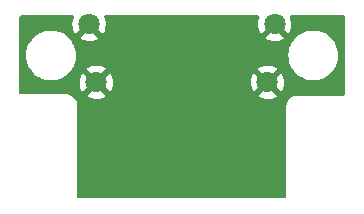
<source format=gbr>
%TF.GenerationSoftware,KiCad,Pcbnew,(6.0.11)*%
%TF.CreationDate,2023-04-13T19:56:29-04:00*%
%TF.ProjectId,HDMI FFC,48444d49-2046-4464-932e-6b696361645f,rev?*%
%TF.SameCoordinates,Original*%
%TF.FileFunction,Copper,L2,Bot*%
%TF.FilePolarity,Positive*%
%FSLAX46Y46*%
G04 Gerber Fmt 4.6, Leading zero omitted, Abs format (unit mm)*
G04 Created by KiCad (PCBNEW (6.0.11)) date 2023-04-13 19:56:29*
%MOMM*%
%LPD*%
G01*
G04 APERTURE LIST*
%TA.AperFunction,ComponentPad*%
%ADD10C,1.800000*%
%TD*%
G04 APERTURE END LIST*
D10*
%TO.P,J1,SH,SH*%
%TO.N,GND*%
X152420000Y-77275000D03*
X137320000Y-72375000D03*
X137920000Y-77275000D03*
X153020000Y-72375000D03*
%TD*%
%TA.AperFunction,Conductor*%
%TO.N,GND*%
G36*
X135994140Y-71628502D02*
G01*
X136040633Y-71682158D01*
X136050737Y-71752432D01*
X136040307Y-71787550D01*
X135996253Y-71882459D01*
X135992689Y-71892146D01*
X135933581Y-72105280D01*
X135931650Y-72115400D01*
X135908145Y-72335349D01*
X135907893Y-72345638D01*
X135920627Y-72566468D01*
X135922061Y-72576670D01*
X135970685Y-72792439D01*
X135973773Y-72802292D01*
X136056986Y-73007220D01*
X136061634Y-73016421D01*
X136150097Y-73160781D01*
X136160553Y-73170242D01*
X136169331Y-73166458D01*
X137230905Y-72104885D01*
X137293217Y-72070859D01*
X137364033Y-72075924D01*
X137409095Y-72104885D01*
X138466303Y-73162092D01*
X138478314Y-73168651D01*
X138490052Y-73159684D01*
X138528010Y-73106859D01*
X138533321Y-73098020D01*
X138631318Y-72899737D01*
X138635117Y-72890142D01*
X138699415Y-72678517D01*
X138701594Y-72668436D01*
X138730702Y-72447338D01*
X138731221Y-72440663D01*
X138732744Y-72378364D01*
X138732550Y-72371646D01*
X138714279Y-72149400D01*
X138712596Y-72139238D01*
X138658710Y-71924708D01*
X138655393Y-71914964D01*
X138598771Y-71784743D01*
X138589951Y-71714296D01*
X138620618Y-71650264D01*
X138681034Y-71612976D01*
X138714321Y-71608500D01*
X151626019Y-71608500D01*
X151694140Y-71628502D01*
X151740633Y-71682158D01*
X151750737Y-71752432D01*
X151740307Y-71787550D01*
X151696253Y-71882459D01*
X151692689Y-71892146D01*
X151633581Y-72105280D01*
X151631650Y-72115400D01*
X151608145Y-72335349D01*
X151607893Y-72345638D01*
X151620627Y-72566468D01*
X151622061Y-72576670D01*
X151670685Y-72792439D01*
X151673773Y-72802292D01*
X151756986Y-73007220D01*
X151761634Y-73016421D01*
X151850097Y-73160781D01*
X151860553Y-73170242D01*
X151869331Y-73166458D01*
X152930905Y-72104885D01*
X152993217Y-72070859D01*
X153064033Y-72075924D01*
X153109095Y-72104885D01*
X154166303Y-73162092D01*
X154178314Y-73168651D01*
X154190052Y-73159684D01*
X154228010Y-73106859D01*
X154233321Y-73098020D01*
X154331318Y-72899737D01*
X154335117Y-72890142D01*
X154399415Y-72678517D01*
X154401594Y-72668436D01*
X154430702Y-72447338D01*
X154431221Y-72440663D01*
X154432744Y-72378364D01*
X154432550Y-72371646D01*
X154414279Y-72149400D01*
X154412596Y-72139238D01*
X154358710Y-71924708D01*
X154355393Y-71914964D01*
X154298771Y-71784743D01*
X154289951Y-71714296D01*
X154320618Y-71650264D01*
X154381034Y-71612976D01*
X154414321Y-71608500D01*
X158865500Y-71608500D01*
X158933621Y-71628502D01*
X158980114Y-71682158D01*
X158991500Y-71734500D01*
X158991500Y-78265500D01*
X158971498Y-78333621D01*
X158917842Y-78380114D01*
X158865500Y-78391500D01*
X155053250Y-78391500D01*
X155032345Y-78389754D01*
X155017344Y-78387230D01*
X155017341Y-78387230D01*
X155012552Y-78386424D01*
X155006475Y-78386350D01*
X155004865Y-78386330D01*
X155004861Y-78386330D01*
X155000000Y-78386271D01*
X154995186Y-78386960D01*
X154995176Y-78386961D01*
X154978720Y-78389318D01*
X154971851Y-78390111D01*
X154824207Y-78403028D01*
X154818893Y-78404452D01*
X154818892Y-78404452D01*
X154659065Y-78447277D01*
X154659063Y-78447278D01*
X154653755Y-78448700D01*
X154648774Y-78451022D01*
X154648773Y-78451023D01*
X154498811Y-78520951D01*
X154498806Y-78520954D01*
X154493824Y-78523277D01*
X154460620Y-78546527D01*
X154353784Y-78621334D01*
X154353781Y-78621336D01*
X154349273Y-78624493D01*
X154224493Y-78749273D01*
X154221336Y-78753781D01*
X154221334Y-78753784D01*
X154193298Y-78793824D01*
X154123277Y-78893824D01*
X154120954Y-78898806D01*
X154120951Y-78898811D01*
X154051023Y-79048773D01*
X154048700Y-79053755D01*
X154047278Y-79059063D01*
X154047277Y-79059065D01*
X154031247Y-79118892D01*
X154003028Y-79224207D01*
X153995196Y-79313729D01*
X153990987Y-79361839D01*
X153989969Y-79370224D01*
X153986309Y-79393724D01*
X153988771Y-79412552D01*
X153990436Y-79425283D01*
X153991500Y-79441621D01*
X153991500Y-86965500D01*
X153971498Y-87033621D01*
X153917842Y-87080114D01*
X153865500Y-87091500D01*
X136434500Y-87091500D01*
X136366379Y-87071498D01*
X136319886Y-87017842D01*
X136308500Y-86965500D01*
X136308500Y-79353250D01*
X136310246Y-79332345D01*
X136312770Y-79317344D01*
X136312770Y-79317341D01*
X136313576Y-79312552D01*
X136313729Y-79300000D01*
X136313040Y-79295186D01*
X136313039Y-79295176D01*
X136310682Y-79278720D01*
X136309888Y-79271839D01*
X136305256Y-79218893D01*
X136296972Y-79124207D01*
X136283923Y-79075507D01*
X136252723Y-78959065D01*
X136252722Y-78959063D01*
X136251300Y-78953755D01*
X136182483Y-78806176D01*
X136179049Y-78798811D01*
X136179046Y-78798806D01*
X136176723Y-78793824D01*
X136101351Y-78686182D01*
X136078666Y-78653784D01*
X136078664Y-78653781D01*
X136075507Y-78649273D01*
X135950727Y-78524493D01*
X135946219Y-78521336D01*
X135946216Y-78521334D01*
X135845801Y-78451023D01*
X135824926Y-78436406D01*
X137123423Y-78436406D01*
X137128704Y-78443461D01*
X137305080Y-78546527D01*
X137314363Y-78550974D01*
X137521003Y-78629883D01*
X137530901Y-78632759D01*
X137747653Y-78676857D01*
X137757883Y-78678076D01*
X137978914Y-78686182D01*
X137989223Y-78685714D01*
X138208623Y-78657608D01*
X138218688Y-78655468D01*
X138430557Y-78591905D01*
X138440152Y-78588144D01*
X138638778Y-78490838D01*
X138647636Y-78485559D01*
X138705097Y-78444572D01*
X138711509Y-78436406D01*
X151623423Y-78436406D01*
X151628704Y-78443461D01*
X151805080Y-78546527D01*
X151814363Y-78550974D01*
X152021003Y-78629883D01*
X152030901Y-78632759D01*
X152247653Y-78676857D01*
X152257883Y-78678076D01*
X152478914Y-78686182D01*
X152489223Y-78685714D01*
X152708623Y-78657608D01*
X152718688Y-78655468D01*
X152930557Y-78591905D01*
X152940152Y-78588144D01*
X153138778Y-78490838D01*
X153147636Y-78485559D01*
X153205097Y-78444572D01*
X153213497Y-78433874D01*
X153206510Y-78420721D01*
X152432811Y-77647021D01*
X152418868Y-77639408D01*
X152417034Y-77639539D01*
X152410420Y-77643790D01*
X151630180Y-78424031D01*
X151623423Y-78436406D01*
X138711509Y-78436406D01*
X138713497Y-78433874D01*
X138706510Y-78420721D01*
X137932811Y-77647021D01*
X137918868Y-77639408D01*
X137917034Y-77639539D01*
X137910420Y-77643790D01*
X137130180Y-78424031D01*
X137123423Y-78436406D01*
X135824926Y-78436406D01*
X135806176Y-78423277D01*
X135801194Y-78420954D01*
X135801189Y-78420951D01*
X135651227Y-78351023D01*
X135651226Y-78351022D01*
X135646245Y-78348700D01*
X135640937Y-78347278D01*
X135640935Y-78347277D01*
X135481108Y-78304452D01*
X135481107Y-78304452D01*
X135475793Y-78303028D01*
X135346288Y-78291698D01*
X135336374Y-78290432D01*
X135325444Y-78288593D01*
X135317344Y-78287230D01*
X135317342Y-78287230D01*
X135312552Y-78286424D01*
X135306276Y-78286348D01*
X135304860Y-78286330D01*
X135304857Y-78286330D01*
X135300000Y-78286271D01*
X135274058Y-78289986D01*
X135272376Y-78290227D01*
X135254514Y-78291500D01*
X131534500Y-78291500D01*
X131466379Y-78271498D01*
X131419886Y-78217842D01*
X131408500Y-78165500D01*
X131408500Y-77245638D01*
X136507893Y-77245638D01*
X136520627Y-77466468D01*
X136522061Y-77476670D01*
X136570685Y-77692439D01*
X136573773Y-77702292D01*
X136656986Y-77907220D01*
X136661634Y-77916421D01*
X136750097Y-78060781D01*
X136760553Y-78070242D01*
X136769331Y-78066458D01*
X137547979Y-77287811D01*
X137554356Y-77276132D01*
X138284408Y-77276132D01*
X138284539Y-77277966D01*
X138288790Y-77284580D01*
X139066307Y-78062096D01*
X139078313Y-78068652D01*
X139090052Y-78059684D01*
X139128010Y-78006859D01*
X139133321Y-77998020D01*
X139231318Y-77799737D01*
X139235117Y-77790142D01*
X139299415Y-77578517D01*
X139301594Y-77568436D01*
X139330702Y-77347338D01*
X139331221Y-77340663D01*
X139332744Y-77278364D01*
X139332550Y-77271646D01*
X139330412Y-77245638D01*
X151007893Y-77245638D01*
X151020627Y-77466468D01*
X151022061Y-77476670D01*
X151070685Y-77692439D01*
X151073773Y-77702292D01*
X151156986Y-77907220D01*
X151161634Y-77916421D01*
X151250097Y-78060781D01*
X151260553Y-78070242D01*
X151269331Y-78066458D01*
X152047979Y-77287811D01*
X152054356Y-77276132D01*
X152784408Y-77276132D01*
X152784539Y-77277966D01*
X152788790Y-77284580D01*
X153566307Y-78062096D01*
X153578313Y-78068652D01*
X153590052Y-78059684D01*
X153628010Y-78006859D01*
X153633321Y-77998020D01*
X153731318Y-77799737D01*
X153735117Y-77790142D01*
X153799415Y-77578517D01*
X153801594Y-77568436D01*
X153830702Y-77347338D01*
X153831221Y-77340663D01*
X153832744Y-77278364D01*
X153832550Y-77271646D01*
X153814279Y-77049400D01*
X153812596Y-77039238D01*
X153758710Y-76824708D01*
X153755389Y-76814953D01*
X153667193Y-76612118D01*
X153662315Y-76603020D01*
X153589224Y-76490038D01*
X153578538Y-76480835D01*
X153568973Y-76485238D01*
X152792021Y-77262189D01*
X152784408Y-77276132D01*
X152054356Y-77276132D01*
X152055592Y-77273868D01*
X152055461Y-77272034D01*
X152051210Y-77265420D01*
X151273862Y-76488073D01*
X151262330Y-76481776D01*
X151250048Y-76491399D01*
X151194467Y-76572877D01*
X151189379Y-76581833D01*
X151096252Y-76782459D01*
X151092689Y-76792146D01*
X151033581Y-77005280D01*
X151031650Y-77015400D01*
X151008145Y-77235349D01*
X151007893Y-77245638D01*
X139330412Y-77245638D01*
X139314279Y-77049400D01*
X139312596Y-77039238D01*
X139258710Y-76824708D01*
X139255389Y-76814953D01*
X139167193Y-76612118D01*
X139162315Y-76603020D01*
X139089224Y-76490038D01*
X139078538Y-76480835D01*
X139068973Y-76485238D01*
X138292021Y-77262189D01*
X138284408Y-77276132D01*
X137554356Y-77276132D01*
X137555592Y-77273868D01*
X137555461Y-77272034D01*
X137551210Y-77265420D01*
X136773862Y-76488073D01*
X136762330Y-76481776D01*
X136750048Y-76491399D01*
X136694467Y-76572877D01*
X136689379Y-76581833D01*
X136596252Y-76782459D01*
X136592689Y-76792146D01*
X136533581Y-77005280D01*
X136531650Y-77015400D01*
X136508145Y-77235349D01*
X136507893Y-77245638D01*
X131408500Y-77245638D01*
X131408500Y-74977869D01*
X131986689Y-74977869D01*
X132003238Y-75264883D01*
X132004063Y-75269088D01*
X132004064Y-75269096D01*
X132036010Y-75431921D01*
X132058586Y-75546995D01*
X132059973Y-75551045D01*
X132059974Y-75551050D01*
X132135557Y-75771807D01*
X132151710Y-75818986D01*
X132180265Y-75875761D01*
X132241310Y-75997135D01*
X132280885Y-76075822D01*
X132443721Y-76312750D01*
X132446608Y-76315923D01*
X132446609Y-76315924D01*
X132634316Y-76522212D01*
X132637206Y-76525388D01*
X132640501Y-76528143D01*
X132640502Y-76528144D01*
X132691258Y-76570582D01*
X132857759Y-76709798D01*
X133101298Y-76862571D01*
X133363318Y-76980877D01*
X133367437Y-76982097D01*
X133634857Y-77061311D01*
X133634862Y-77061312D01*
X133638970Y-77062529D01*
X133643204Y-77063177D01*
X133643209Y-77063178D01*
X133891811Y-77101219D01*
X133923153Y-77106015D01*
X134069485Y-77108314D01*
X134206317Y-77110464D01*
X134206323Y-77110464D01*
X134210608Y-77110531D01*
X134214860Y-77110016D01*
X134214868Y-77110016D01*
X134491756Y-77076508D01*
X134491761Y-77076507D01*
X134496017Y-77075992D01*
X134774097Y-77003039D01*
X135039704Y-76893021D01*
X135287922Y-76747974D01*
X135514159Y-76570582D01*
X135555285Y-76528144D01*
X135711244Y-76367206D01*
X135714227Y-76364128D01*
X135716760Y-76360680D01*
X135716764Y-76360675D01*
X135881887Y-76135886D01*
X135884425Y-76132431D01*
X135893503Y-76115711D01*
X137125508Y-76115711D01*
X137132251Y-76128040D01*
X137907189Y-76902979D01*
X137921132Y-76910592D01*
X137922966Y-76910461D01*
X137929580Y-76906210D01*
X138708994Y-76126795D01*
X138715046Y-76115711D01*
X151625508Y-76115711D01*
X151632251Y-76128040D01*
X152407189Y-76902979D01*
X152421132Y-76910592D01*
X152422966Y-76910461D01*
X152429580Y-76906210D01*
X153208994Y-76126795D01*
X153216011Y-76113944D01*
X153208237Y-76103274D01*
X153205902Y-76101430D01*
X153197320Y-76095729D01*
X153003678Y-75988833D01*
X152994272Y-75984606D01*
X152785772Y-75910772D01*
X152775809Y-75908140D01*
X152558047Y-75869350D01*
X152547796Y-75868381D01*
X152326616Y-75865679D01*
X152316332Y-75866399D01*
X152097693Y-75899855D01*
X152087666Y-75902244D01*
X151877426Y-75970961D01*
X151867916Y-75974958D01*
X151671725Y-76077089D01*
X151663007Y-76082578D01*
X151633961Y-76104386D01*
X151625508Y-76115711D01*
X138715046Y-76115711D01*
X138716011Y-76113944D01*
X138708237Y-76103274D01*
X138705902Y-76101430D01*
X138697320Y-76095729D01*
X138503678Y-75988833D01*
X138494272Y-75984606D01*
X138285772Y-75910772D01*
X138275809Y-75908140D01*
X138058047Y-75869350D01*
X138047796Y-75868381D01*
X137826616Y-75865679D01*
X137816332Y-75866399D01*
X137597693Y-75899855D01*
X137587666Y-75902244D01*
X137377426Y-75970961D01*
X137367916Y-75974958D01*
X137171725Y-76077089D01*
X137163007Y-76082578D01*
X137133961Y-76104386D01*
X137125508Y-76115711D01*
X135893503Y-76115711D01*
X135957885Y-75997135D01*
X136019554Y-75883555D01*
X136019555Y-75883553D01*
X136021604Y-75879779D01*
X136123225Y-75610848D01*
X136187407Y-75330613D01*
X136201675Y-75170748D01*
X136212743Y-75046726D01*
X136212743Y-75046724D01*
X136212963Y-75044260D01*
X136213427Y-75000000D01*
X136211918Y-74977869D01*
X154186689Y-74977869D01*
X154203238Y-75264883D01*
X154204063Y-75269088D01*
X154204064Y-75269096D01*
X154236010Y-75431921D01*
X154258586Y-75546995D01*
X154259973Y-75551045D01*
X154259974Y-75551050D01*
X154335557Y-75771807D01*
X154351710Y-75818986D01*
X154380265Y-75875761D01*
X154441310Y-75997135D01*
X154480885Y-76075822D01*
X154643721Y-76312750D01*
X154646608Y-76315923D01*
X154646609Y-76315924D01*
X154834316Y-76522212D01*
X154837206Y-76525388D01*
X154840501Y-76528143D01*
X154840502Y-76528144D01*
X154891258Y-76570582D01*
X155057759Y-76709798D01*
X155301298Y-76862571D01*
X155563318Y-76980877D01*
X155567437Y-76982097D01*
X155834857Y-77061311D01*
X155834862Y-77061312D01*
X155838970Y-77062529D01*
X155843204Y-77063177D01*
X155843209Y-77063178D01*
X156091811Y-77101219D01*
X156123153Y-77106015D01*
X156269485Y-77108314D01*
X156406317Y-77110464D01*
X156406323Y-77110464D01*
X156410608Y-77110531D01*
X156414860Y-77110016D01*
X156414868Y-77110016D01*
X156691756Y-77076508D01*
X156691761Y-77076507D01*
X156696017Y-77075992D01*
X156974097Y-77003039D01*
X157239704Y-76893021D01*
X157487922Y-76747974D01*
X157714159Y-76570582D01*
X157755285Y-76528144D01*
X157911244Y-76367206D01*
X157914227Y-76364128D01*
X157916760Y-76360680D01*
X157916764Y-76360675D01*
X158081887Y-76135886D01*
X158084425Y-76132431D01*
X158157885Y-75997135D01*
X158219554Y-75883555D01*
X158219555Y-75883553D01*
X158221604Y-75879779D01*
X158323225Y-75610848D01*
X158387407Y-75330613D01*
X158401675Y-75170748D01*
X158412743Y-75046726D01*
X158412743Y-75046724D01*
X158412963Y-75044260D01*
X158413427Y-75000000D01*
X158393873Y-74713175D01*
X158389336Y-74691264D01*
X158336443Y-74435855D01*
X158335574Y-74431658D01*
X158239607Y-74160657D01*
X158107750Y-73905188D01*
X158094488Y-73886317D01*
X157986565Y-73732759D01*
X157942441Y-73669977D01*
X157815966Y-73533874D01*
X157749661Y-73462521D01*
X157749658Y-73462519D01*
X157746740Y-73459378D01*
X157524268Y-73277287D01*
X157279142Y-73127073D01*
X157261048Y-73119130D01*
X157019830Y-73013243D01*
X157015898Y-73011517D01*
X157000814Y-73007220D01*
X156743534Y-72933932D01*
X156743535Y-72933932D01*
X156739406Y-72932756D01*
X156526704Y-72902485D01*
X156459036Y-72892854D01*
X156459034Y-72892854D01*
X156454784Y-72892249D01*
X156450495Y-72892227D01*
X156450488Y-72892226D01*
X156171583Y-72890765D01*
X156171576Y-72890765D01*
X156167297Y-72890743D01*
X156163053Y-72891302D01*
X156163049Y-72891302D01*
X156037660Y-72907810D01*
X155882266Y-72928268D01*
X155878126Y-72929401D01*
X155878124Y-72929401D01*
X155801311Y-72950415D01*
X155604964Y-73004129D01*
X155601016Y-73005813D01*
X155344476Y-73115237D01*
X155344472Y-73115239D01*
X155340524Y-73116923D01*
X155215960Y-73191473D01*
X155097521Y-73262357D01*
X155097517Y-73262360D01*
X155093839Y-73264561D01*
X154869472Y-73444313D01*
X154671577Y-73652851D01*
X154503814Y-73886317D01*
X154369288Y-74140392D01*
X154270489Y-74410373D01*
X154209245Y-74691264D01*
X154208909Y-74695534D01*
X154187196Y-74971428D01*
X154187195Y-74971428D01*
X154187196Y-74971430D01*
X154186689Y-74977869D01*
X136211918Y-74977869D01*
X136193873Y-74713175D01*
X136189336Y-74691264D01*
X136136443Y-74435855D01*
X136135574Y-74431658D01*
X136039607Y-74160657D01*
X135907750Y-73905188D01*
X135894488Y-73886317D01*
X135786565Y-73732759D01*
X135742441Y-73669977D01*
X135618319Y-73536406D01*
X136523423Y-73536406D01*
X136528704Y-73543461D01*
X136705080Y-73646527D01*
X136714363Y-73650974D01*
X136921003Y-73729883D01*
X136930901Y-73732759D01*
X137147653Y-73776857D01*
X137157883Y-73778076D01*
X137378914Y-73786182D01*
X137389223Y-73785714D01*
X137608623Y-73757608D01*
X137618688Y-73755468D01*
X137830557Y-73691905D01*
X137840152Y-73688144D01*
X138038778Y-73590838D01*
X138047636Y-73585559D01*
X138105097Y-73544572D01*
X138111509Y-73536406D01*
X152223423Y-73536406D01*
X152228704Y-73543461D01*
X152405080Y-73646527D01*
X152414363Y-73650974D01*
X152621003Y-73729883D01*
X152630901Y-73732759D01*
X152847653Y-73776857D01*
X152857883Y-73778076D01*
X153078914Y-73786182D01*
X153089223Y-73785714D01*
X153308623Y-73757608D01*
X153318688Y-73755468D01*
X153530557Y-73691905D01*
X153540152Y-73688144D01*
X153738778Y-73590838D01*
X153747636Y-73585559D01*
X153805097Y-73544572D01*
X153813497Y-73533874D01*
X153806510Y-73520721D01*
X153032811Y-72747021D01*
X153018868Y-72739408D01*
X153017034Y-72739539D01*
X153010420Y-72743790D01*
X152230180Y-73524031D01*
X152223423Y-73536406D01*
X138111509Y-73536406D01*
X138113497Y-73533874D01*
X138106510Y-73520721D01*
X137332811Y-72747021D01*
X137318868Y-72739408D01*
X137317034Y-72739539D01*
X137310420Y-72743790D01*
X136530180Y-73524031D01*
X136523423Y-73536406D01*
X135618319Y-73536406D01*
X135615966Y-73533874D01*
X135549661Y-73462521D01*
X135549658Y-73462519D01*
X135546740Y-73459378D01*
X135324268Y-73277287D01*
X135079142Y-73127073D01*
X135061048Y-73119130D01*
X134819830Y-73013243D01*
X134815898Y-73011517D01*
X134800814Y-73007220D01*
X134543534Y-72933932D01*
X134543535Y-72933932D01*
X134539406Y-72932756D01*
X134326704Y-72902485D01*
X134259036Y-72892854D01*
X134259034Y-72892854D01*
X134254784Y-72892249D01*
X134250495Y-72892227D01*
X134250488Y-72892226D01*
X133971583Y-72890765D01*
X133971576Y-72890765D01*
X133967297Y-72890743D01*
X133963053Y-72891302D01*
X133963049Y-72891302D01*
X133837660Y-72907810D01*
X133682266Y-72928268D01*
X133678126Y-72929401D01*
X133678124Y-72929401D01*
X133601311Y-72950415D01*
X133404964Y-73004129D01*
X133401016Y-73005813D01*
X133144476Y-73115237D01*
X133144472Y-73115239D01*
X133140524Y-73116923D01*
X133015960Y-73191473D01*
X132897521Y-73262357D01*
X132897517Y-73262360D01*
X132893839Y-73264561D01*
X132669472Y-73444313D01*
X132471577Y-73652851D01*
X132303814Y-73886317D01*
X132169288Y-74140392D01*
X132070489Y-74410373D01*
X132009245Y-74691264D01*
X132008909Y-74695534D01*
X131987196Y-74971428D01*
X131987195Y-74971428D01*
X131987196Y-74971430D01*
X131986689Y-74977869D01*
X131408500Y-74977869D01*
X131408500Y-71734500D01*
X131428502Y-71666379D01*
X131482158Y-71619886D01*
X131534500Y-71608500D01*
X135926019Y-71608500D01*
X135994140Y-71628502D01*
G37*
%TD.AperFunction*%
%TD*%
M02*

</source>
